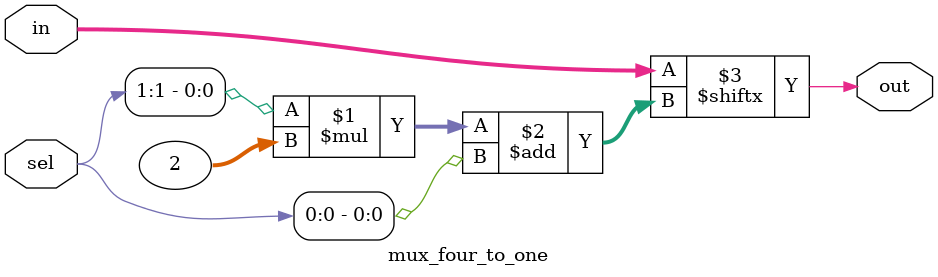
<source format=v>
module mux_four_to_one (in, sel, out);

	input [3:0] in;
	input [1:0] sel;
	output out;

	assign out = in[sel[1] * 2 + sel[0]];
endmodule

</source>
